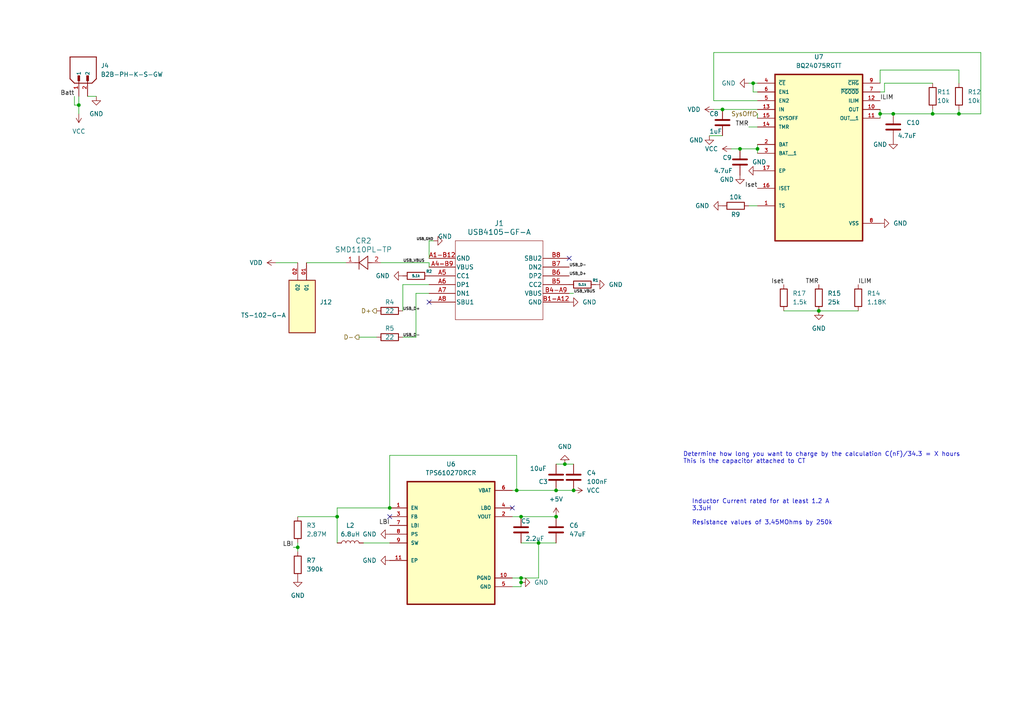
<source format=kicad_sch>
(kicad_sch (version 20230121) (generator eeschema)
  (paper "A4")
  (lib_symbols
    (symbol "2024-05-13_21-06-25:USB4105-GF-A" (pin_names (offset 0.254))
      (property "Reference" "J" (at 20.32 10.16 0))
      (property "Value" "USB4105-GF-A" (at 20.32 7.62 0))
      (symbol "USB4105-GF-A_0_1"
        (polyline (pts (xy 7.62 -17.78) (xy 33.02 -17.78)) (stroke (width 0.127)))
        (polyline (pts (xy 7.62 5.08) (xy 7.62 -17.78)) (stroke (width 0.127)))
        (polyline (pts (xy 33.02 -17.78) (xy 33.02 5.08)) (stroke (width 0.127)))
        (polyline (pts (xy 33.02 5.08) (xy 7.62 5.08)) (stroke (width 0.127)))
        (pin power_out line (at 0 0 0) (length 7.62) (name "GND") (number "A1-B12"))
        (pin power_in line (at 0 -2.54 0) (length 7.62) (name "VBUS") (number "A4-B9"))
        (pin bidirectional line (at 0 -5.08 0) (length 7.62) (name "CC1") (number "A5"))
        (pin bidirectional line (at 0 -7.62 0) (length 7.62) (name "DP1") (number "A6"))
        (pin bidirectional line (at 0 -10.16 0) (length 7.62) (name "DN1") (number "A7"))
        (pin bidirectional line (at 0 -12.7 0) (length 7.62) (name "SBU1") (number "A8"))
        (pin power_out line (at 40.64 -12.7 180) (length 7.62) (name "GND") (number "B1-A12"))
        (pin power_in line (at 40.64 -10.16 180) (length 7.62) (name "VBUS") (number "B4-A9"))
        (pin bidirectional line (at 40.64 -7.62 180) (length 7.62) (name "CC2") (number "B5"))
        (pin bidirectional line (at 40.64 -5.08 180) (length 7.62) (name "DP2") (number "B6"))
        (pin bidirectional line (at 40.64 -2.54 180) (length 7.62) (name "DN2") (number "B7"))
        (pin bidirectional line (at 40.64 0 180) (length 7.62) (name "SBU2") (number "B8"))
      )
    )
    (symbol "2024-05-16_18-19-58:SMD110PL-TP" (pin_names (offset 0.254))
      (property "Reference" "CR" (at 5.08 4.445 0))
      (property "Value" "SMD110PL-TP" (at 5.08 -3.81 0))
      (symbol "SMD110PL-TP_1_1"
        (polyline (pts (xy 2.54 0) (xy 3.4798 0)) (stroke (width 0.2032)))
        (polyline (pts (xy 3.175 0) (xy 3.81 0)) (stroke (width 0.2032)))
        (polyline (pts (xy 3.81 -1.905) (xy 6.35 0)) (stroke (width 0.2032)))
        (polyline (pts (xy 3.81 1.905) (xy 3.81 -1.905)) (stroke (width 0.2032)))
        (polyline (pts (xy 6.35 -1.905) (xy 6.35 1.905)) (stroke (width 0.2032)))
        (polyline (pts (xy 6.35 0) (xy 3.81 1.905)) (stroke (width 0.2032)))
        (polyline (pts (xy 6.35 0) (xy 7.62 0)) (stroke (width 0.2032)))
        (pin unspecified line (at 10.16 0 180) (length 2.54) (name "") (number "1"))
        (pin unspecified line (at 0 0 0) (length 2.54) (name "") (number "2"))
      )
      (symbol "SMD110PL-TP_1_2"
        (polyline (pts (xy -1.905 3.81) (xy 1.905 3.81)) (stroke (width 0.2032)))
        (polyline (pts (xy 0 2.54) (xy 0 3.4798)) (stroke (width 0.2032)))
        (polyline (pts (xy 0 3.175) (xy 0 3.81)) (stroke (width 0.2032)))
        (polyline (pts (xy 0 6.35) (xy -1.905 3.81)) (stroke (width 0.2032)))
        (polyline (pts (xy 0 6.35) (xy 0 7.62)) (stroke (width 0.2032)))
        (polyline (pts (xy 1.905 3.81) (xy 0 6.35)) (stroke (width 0.2032)))
        (polyline (pts (xy 1.905 6.35) (xy -1.905 6.35)) (stroke (width 0.2032)))
        (pin unspecified line (at 0 10.16 270) (length 2.54) (name "") (number "1"))
        (pin unspecified line (at 0 0 90) (length 2.54) (name "") (number "2"))
      )
    )
    (symbol "B2B-XH-A:B2B-XH-A" (pin_names (offset 1.016))
      (property "Reference" "J" (at -2.54 6.35 0))
      (property "Value" "B2B-XH-A" (at -2.54 -5.08 0))
      (symbol "B2B-XH-A_0_0"
        (rectangle (start -3.175 -0.3175) (end -1.5875 0.3175) (stroke (width 0.1)) (fill (type outline)))
        (rectangle (start -3.175 2.2225) (end -1.5875 2.8575) (stroke (width 0.1)) (fill (type outline)))
        (polyline (pts (xy -3.81 -1.27) (xy -2.54 -2.54)) (stroke (width 0.254)))
        (polyline (pts (xy -3.81 3.81) (xy -3.81 -1.27)) (stroke (width 0.254)))
        (polyline (pts (xy -3.81 3.81) (xy -2.54 5.08)) (stroke (width 0.254)))
        (polyline (pts (xy -2.54 -2.54) (xy 3.81 -2.54)) (stroke (width 0.254)))
        (polyline (pts (xy 3.81 -2.54) (xy 3.81 5.08)) (stroke (width 0.254)))
        (polyline (pts (xy 3.81 5.08) (xy -2.54 5.08)) (stroke (width 0.254)))
        (pin passive line (at -7.62 2.54 0) (length 5.08) (name "1") (number "1"))
        (pin passive line (at -7.62 0 0) (length 5.08) (name "2") (number "2"))
      )
    )
    (symbol "BQ24075RGTT:BQ24075RGTT" (pin_names (offset 1.016))
      (property "Reference" "U" (at -12.7 23.86 0))
      (property "Value" "BQ24075RGTT" (at -12.7 -29.4 0))
      (symbol "BQ24075RGTT_0_0"
        (rectangle (start -12.7 -25.4) (end 12.7 22.86) (stroke (width 0.41)) (fill (type background)))
        (pin bidirectional line (at -17.78 -15.24 0) (length 5.08) (name "TS") (number "1"))
        (pin output line (at 17.78 12.7 180) (length 5.08) (name "OUT") (number "10"))
        (pin output line (at 17.78 10.16 180) (length 5.08) (name "OUT__1") (number "11"))
        (pin output line (at 17.78 15.24 180) (length 5.08) (name "ILIM") (number "12"))
        (pin input line (at -17.78 12.7 0) (length 5.08) (name "IN") (number "13"))
        (pin input line (at -17.78 7.62 0) (length 5.08) (name "TMR") (number "14"))
        (pin input line (at -17.78 10.16 0) (length 5.08) (name "SYSOFF") (number "15"))
        (pin bidirectional line (at -17.78 -10.16 0) (length 5.08) (name "ISET") (number "16"))
        (pin bidirectional line (at -17.78 -5.08 0) (length 5.08) (name "EP") (number "17"))
        (pin bidirectional line (at -17.78 2.54 0) (length 5.08) (name "BAT") (number "2"))
        (pin bidirectional line (at -17.78 0 0) (length 5.08) (name "BAT__1") (number "3"))
        (pin input line (at -17.78 20.32 0) (length 5.08) (name "~{CE}") (number "4"))
        (pin input line (at -17.78 15.24 0) (length 5.08) (name "EN2") (number "5"))
        (pin input line (at -17.78 17.78 0) (length 5.08) (name "EN1") (number "6"))
        (pin output line (at 17.78 17.78 180) (length 5.08) (name "~{PGOOD}") (number "7"))
        (pin power_in line (at 17.78 -20.32 180) (length 5.08) (name "VSS") (number "8"))
        (pin output line (at 17.78 20.32 180) (length 5.08) (name "~{CHG}") (number "9"))
      )
    )
    (symbol "Device:C" (pin_numbers hide) (pin_names (offset 0.254))
      (property "Reference" "C" (at 0.635 2.54 0))
      (property "Value" "C" (at 0.635 -2.54 0))
      (symbol "C_0_1"
        (polyline (pts (xy -2.032 -0.762) (xy 2.032 -0.762)) (stroke (width 0.508)))
        (polyline (pts (xy -2.032 0.762) (xy 2.032 0.762)) (stroke (width 0.508)))
      )
      (symbol "C_1_1"
        (pin passive line (at 0 3.81 270) (length 2.794) (name "~") (number "1"))
        (pin passive line (at 0 -3.81 90) (length 2.794) (name "~") (number "2"))
      )
    )
    (symbol "Device:L" (pin_numbers hide) (pin_names (offset 1.016) hide)
      (property "Reference" "L" (at -1.27 0 90))
      (property "Value" "L" (at 1.905 0 90))
      (symbol "L_0_1"
        (arc (start 0 -2.54) (mid 0.6323 -1.905) (end 0 -1.27))
        (arc (start 0 -1.27) (mid 0.6323 -0.635) (end 0 0))
        (arc (start 0 0) (mid 0.6323 0.635) (end 0 1.27))
        (arc (start 0 1.27) (mid 0.6323 1.905) (end 0 2.54))
      )
      (symbol "L_1_1"
        (pin passive line (at 0 3.81 270) (length 1.27) (name "1") (number "1"))
        (pin passive line (at 0 -3.81 90) (length 1.27) (name "2") (number "2"))
      )
    )
    (symbol "Device:R" (pin_numbers hide) (pin_names (offset 0))
      (property "Reference" "R" (at 2.032 0 90))
      (property "Value" "R" (at 0 0 90))
      (symbol "R_0_1"
        (rectangle (start -1.016 -2.54) (end 1.016 2.54) (stroke (width 0.254)))
      )
      (symbol "R_1_1"
        (pin passive line (at 0 3.81 270) (length 1.27) (name "~") (number "1"))
        (pin passive line (at 0 -3.81 90) (length 1.27) (name "~") (number "2"))
      )
    )
    (symbol "TPS61027DRCR:TPS61027DRCR" (pin_names (offset 1.016))
      (property "Reference" "U" (at -12.7 18.78 0))
      (property "Value" "TPS61027DRCR" (at -12.7 -21.78 0))
      (symbol "TPS61027DRCR_0_0"
        (rectangle (start -12.7 -17.78) (end 12.7 17.78) (stroke (width 0.41)) (fill (type background)))
        (pin input line (at -17.78 10.16 0) (length 5.08) (name "EN") (number "1"))
        (pin power_in line (at 17.78 -10.16 180) (length 5.08) (name "PGND") (number "10"))
        (pin bidirectional line (at -17.78 -5.08 0) (length 5.08) (name "EP") (number "11"))
        (pin output line (at 17.78 7.62 180) (length 5.08) (name "VOUT") (number "2"))
        (pin input line (at -17.78 7.62 0) (length 5.08) (name "FB") (number "3"))
        (pin output line (at 17.78 10.16 180) (length 5.08) (name "LBO") (number "4"))
        (pin power_in line (at 17.78 -12.7 180) (length 5.08) (name "GND") (number "5"))
        (pin power_in line (at 17.78 15.24 180) (length 5.08) (name "VBAT") (number "6"))
        (pin input line (at -17.78 5.08 0) (length 5.08) (name "LBI") (number "7"))
        (pin input line (at -17.78 2.54 0) (length 5.08) (name "PS") (number "8"))
        (pin input line (at -17.78 0 0) (length 5.08) (name "SW") (number "9"))
      )
    )
    (symbol "TS-102-G-A:TS-102-G-A" (pin_names (offset 1.016))
      (property "Reference" "J" (at -8.12 5.08 0))
      (property "Value" "TS-102-G-A" (at -7.62 -5.08 0))
      (symbol "TS-102-G-A_0_0"
        (rectangle (start -7.62 -2.54) (end 7.62 5.08) (stroke (width 0.254)) (fill (type background)))
        (pin passive line (at -12.7 2.54 0) (length 5.08) (name "01") (number "01"))
        (pin passive line (at -12.7 0 0) (length 5.08) (name "02") (number "02"))
      )
    )
    (symbol "power:+5V" (power) (pin_names (offset 0))
      (property "Value" "+5V" (at 0 3.556 0))
      (symbol "+5V_0_1"
        (polyline (pts (xy -0.762 1.27) (xy 0 2.54)))
        (polyline (pts (xy 0 0) (xy 0 2.54)))
        (polyline (pts (xy 0 2.54) (xy 0.762 1.27)))
      )
      (symbol "+5V_1_1"
        (pin power_in line (at 0 0 90) (length 0) hide (name "+5V") (number "1"))
      )
    )
    (symbol "power:GND" (power) (pin_names (offset 0))
      (property "Value" "GND" (at 0 -3.81 0))
      (symbol "GND_0_1"
        (polyline (pts (xy 0 0) (xy 0 -1.27) (xy 1.27 -1.27) (xy 0 -2.54) (xy -1.27 -1.27) (xy 0 -1.27)))
      )
      (symbol "GND_1_1"
        (pin power_in line (at 0 0 270) (length 0) hide (name "GND") (number "1"))
      )
    )
    (symbol "power:VCC" (power) (pin_names (offset 0))
      (property "Value" "VCC" (at 0 3.81 0))
      (symbol "VCC_0_1"
        (polyline (pts (xy -0.762 1.27) (xy 0 2.54)))
        (polyline (pts (xy 0 0) (xy 0 2.54)))
        (polyline (pts (xy 0 2.54) (xy 0.762 1.27)))
      )
      (symbol "VCC_1_1"
        (pin power_in line (at 0 0 90) (length 0) hide (name "VCC") (number "1"))
      )
    )
    (symbol "power:VDD" (power) (pin_names (offset 0))
      (property "Value" "VDD" (at 0 3.81 0))
      (symbol "VDD_0_1"
        (polyline (pts (xy -0.762 1.27) (xy 0 2.54)))
        (polyline (pts (xy 0 0) (xy 0 2.54)))
        (polyline (pts (xy 0 2.54) (xy 0.762 1.27)))
      )
      (symbol "VDD_1_1"
        (pin power_in line (at 0 0 90) (length 0) hide (name "VDD") (number "1"))
      )
    )
  )
  (junction (at 151.13 167.64))
  (junction (at 97.79 149.86))
  (junction (at 113.03 147.32))
  (junction (at 214.63 43.18))
  (junction (at 151.13 168.91))
  (junction (at 219.71 43.18))
  (junction (at 86.36 158.75))
  (junction (at 218.44 24.13))
  (junction (at 161.29 142.24))
  (junction (at 237.49 90.17))
  (junction (at 161.29 149.86))
  (junction (at 149.86 142.24))
  (junction (at 209.55 31.75))
  (junction (at 255.27 33.02))
  (junction (at 151.13 149.86))
  (junction (at 278.13 33.02))
  (junction (at 22.86 30.48))
  (junction (at 163.83 134.62))
  (junction (at 156.21 157.48))
  (junction (at 259.08 33.02))
  (junction (at 166.37 142.24))
  (junction (at 270.51 33.02))
  (no_connect (at 148.59 147.32))
  (no_connect (at 165.1 74.93))
  (no_connect (at 113.03 149.86))
  (no_connect (at 124.46 87.63))
  (wire (pts (xy 163.83 134.62) (xy 166.37 134.62)))
  (wire (pts (xy 22.86 33.02) (xy 22.86 30.48)))
  (wire (pts (xy 219.71 33.02) (xy 219.71 34.29)))
  (wire (pts (xy 255.27 33.02) (xy 255.27 34.29)))
  (wire (pts (xy 86.36 158.75) (xy 86.36 160.02)))
  (wire (pts (xy 27.94 27.94) (xy 25.4 27.94)))
  (wire (pts (xy 124.46 76.2) (xy 124.46 77.47)))
  (wire (pts (xy 116.84 82.55) (xy 116.84 90.17)))
  (wire (pts (xy 214.63 43.18) (xy 219.71 43.18)))
  (wire (pts (xy 97.79 149.86) (xy 97.79 147.32)))
  (wire (pts (xy 217.17 24.13) (xy 218.44 24.13)))
  (wire (pts (xy 237.49 90.17) (xy 248.92 90.17)))
  (wire (pts (xy 22.86 30.48) (xy 22.86 27.94)))
  (wire (pts (xy 151.13 167.64) (xy 151.13 168.91)))
  (wire (pts (xy 218.44 26.67) (xy 218.44 24.13)))
  (wire (pts (xy 105.41 157.48) (xy 113.03 157.48)))
  (wire (pts (xy 270.51 33.02) (xy 278.13 33.02)))
  (wire (pts (xy 124.46 85.09) (xy 120.65 85.09)))
  (wire (pts (xy 124.46 82.55) (xy 116.84 82.55)))
  (wire (pts (xy 156.21 157.48) (xy 161.29 157.48)))
  (wire (pts (xy 156.21 157.48) (xy 156.21 167.64)))
  (wire (pts (xy 278.13 31.75) (xy 278.13 33.02)))
  (wire (pts (xy 205.74 39.37) (xy 209.55 39.37)))
  (wire (pts (xy 161.29 142.24) (xy 166.37 142.24)))
  (wire (pts (xy 207.01 29.21) (xy 207.01 15.24)))
  (wire (pts (xy 219.71 41.91) (xy 219.71 43.18)))
  (wire (pts (xy 255.27 20.32) (xy 255.27 24.13)))
  (wire (pts (xy 212.09 43.18) (xy 214.63 43.18)))
  (wire (pts (xy 151.13 157.48) (xy 156.21 157.48)))
  (wire (pts (xy 284.48 33.02) (xy 278.13 33.02)))
  (wire (pts (xy 97.79 157.48) (xy 97.79 149.86)))
  (wire (pts (xy 255.27 33.02) (xy 259.08 33.02)))
  (wire (pts (xy 124.46 69.85) (xy 124.46 74.93)))
  (wire (pts (xy 227.33 90.17) (xy 237.49 90.17)))
  (wire (pts (xy 218.44 24.13) (xy 219.71 24.13)))
  (wire (pts (xy 116.84 97.79) (xy 120.65 97.79)))
  (wire (pts (xy 219.71 29.21) (xy 207.01 29.21)))
  (wire (pts (xy 256.54 26.67) (xy 255.27 26.67)))
  (wire (pts (xy 219.71 26.67) (xy 218.44 26.67)))
  (wire (pts (xy 284.48 15.24) (xy 284.48 33.02)))
  (wire (pts (xy 113.03 147.32) (xy 113.03 132.08)))
  (wire (pts (xy 148.59 170.18) (xy 151.13 170.18)))
  (wire (pts (xy 86.36 149.86) (xy 97.79 149.86)))
  (wire (pts (xy 217.17 59.69) (xy 219.71 59.69)))
  (wire (pts (xy 149.86 132.08) (xy 149.86 142.24)))
  (wire (pts (xy 166.37 85.09) (xy 165.1 85.09)))
  (wire (pts (xy 21.59 27.94) (xy 21.59 30.48)))
  (wire (pts (xy 256.54 24.13) (xy 270.51 24.13)))
  (wire (pts (xy 120.65 85.09) (xy 120.65 97.79)))
  (wire (pts (xy 255.27 20.32) (xy 278.13 20.32)))
  (wire (pts (xy 270.51 31.75) (xy 270.51 33.02)))
  (wire (pts (xy 104.14 97.79) (xy 109.22 97.79)))
  (wire (pts (xy 151.13 149.86) (xy 161.29 149.86)))
  (wire (pts (xy 80.01 76.2) (xy 86.36 76.2)))
  (wire (pts (xy 207.01 31.75) (xy 209.55 31.75)))
  (wire (pts (xy 88.9 76.2) (xy 100.33 76.2)))
  (wire (pts (xy 110.49 76.2) (xy 124.46 76.2)))
  (wire (pts (xy 255.27 31.75) (xy 255.27 33.02)))
  (wire (pts (xy 278.13 24.13) (xy 278.13 20.32)))
  (wire (pts (xy 149.86 142.24) (xy 161.29 142.24)))
  (wire (pts (xy 97.79 147.32) (xy 113.03 147.32)))
  (wire (pts (xy 125.73 69.85) (xy 124.46 69.85)))
  (wire (pts (xy 151.13 170.18) (xy 151.13 168.91)))
  (wire (pts (xy 148.59 167.64) (xy 151.13 167.64)))
  (wire (pts (xy 156.21 167.64) (xy 151.13 167.64)))
  (wire (pts (xy 209.55 31.75) (xy 219.71 31.75)))
  (wire (pts (xy 219.71 43.18) (xy 219.71 44.45)))
  (wire (pts (xy 148.59 149.86) (xy 151.13 149.86)))
  (wire (pts (xy 21.59 30.48) (xy 22.86 30.48)))
  (wire (pts (xy 85.09 158.75) (xy 86.36 158.75)))
  (wire (pts (xy 207.01 15.24) (xy 284.48 15.24)))
  (wire (pts (xy 113.03 132.08) (xy 149.86 132.08)))
  (wire (pts (xy 148.59 142.24) (xy 149.86 142.24)))
  (wire (pts (xy 259.08 33.02) (xy 270.51 33.02)))
  (wire (pts (xy 86.36 157.48) (xy 86.36 158.75)))
  (wire (pts (xy 217.17 36.83) (xy 219.71 36.83)))
  (wire (pts (xy 256.54 24.13) (xy 256.54 26.67)))
  (wire (pts (xy 161.29 134.62) (xy 163.83 134.62)))
  (text "Inductor Current rated for at least 1.2 A\n3.3uH\n\nResistance values of 3.45MOhms by 250k" (at 200.66 152.4 0) (effects (font (size 1.27 1.27)) (justify left bottom)))
  (text "Determine how long you want to charge by the calculation C(nF)/34.3 = X hours\nThis is the capacitor attached to CT" (at 198.12 134.62 0) (effects (font (size 1.27 1.27)) (justify left bottom)))
  (label "USB_D+" (at 116.84 90.17 0) (effects (font (size 0.8 0.8))))
  (label "USB_GND" (at 125.73 69.85 180) (effects (font (size 0.7 0.7))))
  (label "ILIM" (at 255.27 29.21 0))
  (label "Batt" (at 21.59 27.94 180))
  (label "LBI" (at 113.03 152.4 180))
  (label "USB_D-" (at 116.84 97.79 0) (effects (font (size 0.8 0.8))))
  (label "USB_VBUS" (at 166.37 85.09 0) (effects (font (size 0.8 0.8))))
  (label "USB_D+" (at 165.1 80.01 0) (effects (font (size 0.8 0.8))))
  (label "TMR" (at 217.17 36.83 180))
  (label "USB_VBUS" (at 123.19 76.2 180) (effects (font (size 0.8 0.8))))
  (label "LBI" (at 85.09 158.75 180))
  (label "Iset" (at 219.71 54.61 180))
  (label "TMR" (at 237.49 82.55 180))
  (label "Iset" (at 227.33 82.55 180))
  (label "ILIM" (at 248.92 82.55 0))
  (label "USB_D-" (at 165.1 77.47 0) (effects (font (size 0.8 0.8))))
  (hierarchical_label "SysOff" (shape input) (at 219.71 33.02 180))
  (hierarchical_label "D-" (shape output) (at 104.14 97.79 180))
  (hierarchical_label "D+" (shape output) (at 109.22 90.17 180))
  (symbol (lib_id "Device:L") (at 101.6 157.48 90) (unit 1)
    (property "Reference" "L2" (at 101.6 152.4 90))
    (property "Value" "6.8uH" (at 101.6 154.94 90))
    (property "Footprint" "revparts3:CDRH5D28RHP" (effects hide))
  )
  (symbol (lib_id "Device:C") (at 151.13 153.67 0) (unit 1)
    (property "Reference" "C5" (at 151.13 151.13 0) (effects (justify left)))
    (property "Value" "2.2uF" (at 152.4 156.21 0) (effects (justify left)))
    (property "Footprint" "Capacitor_SMD:C_0402_1005Metric" (effects hide))
  )
  (symbol (lib_id "power:GND") (at 125.73 69.85 90) (unit 1)
    (property "Reference" "#PWR0125" (effects hide))
    (property "Value" "GND" (at 127 68.58 90) (effects (justify right)))
  )
  (symbol (lib_id "power:VCC") (at 212.09 43.18 90) (unit 1)
    (property "Reference" "#PWR046" (effects hide))
    (property "Value" "VCC" (at 208.28 43.18 90) (effects (justify left)))
  )
  (symbol (lib_id "Device:R") (at 278.13 27.94 0) (unit 1)
    (property "Reference" "R12" (at 280.67 26.67 0) (effects (justify left)))
    (property "Value" "10k" (at 280.67 29.21 0) (effects (justify left)))
    (property "Footprint" "Resistor_SMD:R_0402_1005Metric" (effects hide))
  )
  (symbol (lib_id "2024-05-16_18-19-58:SMD110PL-TP") (at 110.49 76.2 180) (unit 1)
    (property "Reference" "CR2" (at 105.41 69.85 0) (effects (font (size 1.524 1.524))))
    (property "Value" "SMD110PL-TP" (at 105.41 72.39 0) (effects (font (size 1.524 1.524))))
    (property "Footprint" "smd110:SOD-123FL_MCC" (effects hide))
    (property "Datasheet" "SMD110PL-TP" (effects hide))
  )
  (symbol (lib_id "B2B-XH-A:B2B-XH-A") (at 25.4 20.32 90) (unit 1)
    (property "Reference" "J4" (at 29.21 19.05 90) (effects (justify right)))
    (property "Value" "B2B-PH-K-S-GW" (at 29.21 21.59 90) (effects (justify right)))
    (property "Footprint" "revparts2:JST_B2B-XH-A" (effects hide))
    (property "PARTREV" "N/A" (effects hide))
    (property "STANDARD" "Manufacturer Recommendations" (effects hide))
    (property "MAXIMUM_PACKAGE_HEIGHT" "7 mm" (effects hide))
    (property "MANUFACTURER" "JST Sales America Inc." (effects hide))
  )
  (symbol (lib_id "power:GND") (at 217.17 24.13 270) (unit 1)
    (property "Reference" "#PWR059" (effects hide))
    (property "Value" "GND" (at 213.36 24.13 90) (effects (justify right)))
  )
  (symbol (lib_id "Device:R") (at 113.03 90.17 90) (unit 1)
    (property "Reference" "R4" (at 113.03 87.63 90))
    (property "Value" "22" (at 113.03 90.17 90))
    (property "Footprint" "Resistor_SMD:R_0402_1005Metric" (effects hide))
    (instances (project "Motor Programmer Rev. 2" (path "" (reference "R4") (unit 1)) (path "" (reference "R1") (unit 1))))
  )
  (symbol (lib_id "power:GND") (at 151.13 168.91 90) (unit 1)
    (property "Reference" "#PWR026" (effects hide))
    (property "Value" "GND" (at 154.94 168.91 90) (effects (justify right)))
  )
  (symbol (lib_id "TPS61027DRCR:TPS61027DRCR") (at 130.81 157.48 0) (unit 1)
    (property "Reference" "U6" (at 130.81 134.62 0))
    (property "Value" "TPS61027DRCR" (at 130.81 137.16 0))
    (property "Footprint" "revparts2:VREG_V62_16624-01YE" (effects hide))
  )
  (symbol (lib_id "TS-102-G-A:TS-102-G-A") (at 86.36 88.9 270) (unit 1)
    (property "Reference" "J12" (at 92.71 87.63 90) (effects (justify left)))
    (property "Value" "TS-102-G-A" (at 69.85 91.44 90) (effects (justify left)))
    (property "Footprint" "TS_102_G_A:SAMTEC_TS-102-G-A" (effects hide))
    (property "PARTREV" "R" (effects hide))
    (property "STANDARD" "Manufacturer Recommendations" (effects hide))
    (property "MANUFACTURER" "Samtec Inc." (effects hide))
  )
  (symbol (lib_id "power:+5V") (at 161.29 149.86 0) (unit 1)
    (property "Reference" "#PWR030" (effects hide))
    (property "Value" "+5V" (at 161.29 144.78 0))
  )
  (symbol (lib_id "power:GND") (at 255.27 64.77 90) (unit 1)
    (property "Reference" "#PWR043" (effects hide))
    (property "Value" "GND" (at 259.08 64.77 90) (effects (justify right)))
  )
  (symbol (lib_id "power:GND") (at 205.74 39.37 0) (unit 1)
    (property "Reference" "#PWR045" (effects hide))
    (property "Value" "GND" (at 201.93 40.64 0))
  )
  (symbol (lib_id "Device:R") (at 213.36 59.69 90) (unit 1)
    (property "Reference" "R9" (at 213.36 62.23 90))
    (property "Value" "10k" (at 213.36 57.15 90))
    (property "Footprint" "Resistor_SMD:R_0402_1005Metric" (effects hide))
  )
  (symbol (lib_id "power:GND") (at 27.94 27.94 0) (unit 1)
    (property "Reference" "#PWR0112" (effects hide))
    (property "Value" "GND" (at 27.94 33.02 0))
  )
  (symbol (lib_id "power:GND") (at 113.03 162.56 270) (unit 1)
    (property "Reference" "#PWR035" (effects hide))
    (property "Value" "GND" (at 109.22 162.56 90) (effects (justify right)))
  )
  (symbol (lib_id "power:GND") (at 259.08 40.64 0) (unit 1)
    (property "Reference" "#PWR049" (effects hide))
    (property "Value" "GND" (at 255.27 41.91 0))
  )
  (symbol (lib_id "Device:R") (at 120.65 80.01 270) (unit 1)
    (property "Reference" "R2" (at 124.46 78.74 90) (effects (font (size 0.8 0.8))))
    (property "Value" "5.1k" (at 120.65 80.01 90) (effects (font (size 0.7 0.7))))
    (property "Footprint" "Resistor_SMD:R_0603_1608Metric" (effects hide))
    (instances (project "Motor Programmer Rev. 2" (path "" (reference "R2") (unit 1)) (path "" (reference "R4") (unit 1))))
  )
  (symbol (lib_id "Device:R") (at 248.92 86.36 0) (unit 1)
    (property "Reference" "R14" (at 251.46 85.09 0) (effects (justify left)))
    (property "Value" "1.18K" (at 251.46 87.63 0) (effects (justify left)))
    (property "Footprint" "Resistor_SMD:R_0402_1005Metric" (effects hide))
  )
  (symbol (lib_id "power:GND") (at 86.36 167.64 0) (unit 1)
    (property "Reference" "#PWR041" (effects hide))
    (property "Value" "GND" (at 86.36 172.72 0))
  )
  (symbol (lib_id "power:GND") (at 214.63 50.8 0) (unit 1)
    (property "Reference" "#PWR047" (effects hide))
    (property "Value" "GND" (at 210.82 52.07 0))
  )
  (symbol (lib_id "power:GND") (at 219.71 49.53 270) (unit 1)
    (property "Reference" "#PWR038" (effects hide))
    (property "Value" "GND" (at 222.25 46.99 90) (effects (justify right)))
  )
  (symbol (lib_id "Device:R") (at 237.49 86.36 0) (unit 1)
    (property "Reference" "R15" (at 240.03 85.09 0) (effects (justify left)))
    (property "Value" "25k" (at 240.03 87.63 0) (effects (justify left)))
    (property "Footprint" "Resistor_SMD:R_0805_2012Metric" (effects hide))
  )
  (symbol (lib_id "power:GND") (at 209.55 59.69 270) (unit 1)
    (property "Reference" "#PWR050" (effects hide))
    (property "Value" "GND" (at 205.74 59.69 90) (effects (justify right)))
  )
  (symbol (lib_id "Device:C") (at 161.29 138.43 180) (unit 1)
    (property "Reference" "C3" (at 156.21 139.7 0) (effects (justify right)))
    (property "Value" "10uF" (at 153.67 135.89 0) (effects (justify right)))
    (property "Footprint" "Capacitor_SMD:C_0805_2012Metric" (effects hide))
  )
  (symbol (lib_id "Device:C") (at 166.37 138.43 180) (unit 1)
    (property "Reference" "C4" (at 170.18 137.16 0) (effects (justify right)))
    (property "Value" "100nF" (at 170.18 139.7 0) (effects (justify right)))
    (property "Footprint" "Capacitor_SMD:C_0402_1005Metric" (effects hide))
  )
  (symbol (lib_id "Device:R") (at 227.33 86.36 0) (unit 1)
    (property "Reference" "R17" (at 229.87 85.09 0) (effects (justify left)))
    (property "Value" "1.5k" (at 229.87 87.63 0) (effects (justify left)))
    (property "Footprint" "Resistor_SMD:R_0402_1005Metric" (effects hide))
  )
  (symbol (lib_id "power:GND") (at 116.84 80.01 270) (unit 1)
    (property "Reference" "#PWR08" (effects hide))
    (property "Value" "GND" (at 113.03 80.01 90) (effects (justify right)))
    (instances (project "Motor Programmer Rev. 2" (path "" (reference "#PWR08") (unit 1)) (path "" (reference "#PWR06") (unit 1))))
  )
  (symbol (lib_id "power:GND") (at 165.1 87.63 90) (unit 1)
    (property "Reference" "#PWR0114" (effects hide))
    (property "Value" "GND" (at 168.91 87.63 90) (effects (justify right)))
  )
  (symbol (lib_id "power:VCC") (at 166.37 142.24 270) (unit 1)
    (property "Reference" "#PWR028" (effects hide))
    (property "Value" "VCC" (at 170.18 142.24 90) (effects (justify left)))
  )
  (symbol (lib_id "power:VCC") (at 22.86 33.02 180) (unit 1)
    (property "Reference" "#PWR0113" (effects hide))
    (property "Value" "VCC" (at 22.86 38.1 0))
  )
  (symbol (lib_id "power:VDD") (at 80.01 76.2 90) (unit 1)
    (property "Reference" "#PWR0109" (effects hide))
    (property "Value" "VDD" (at 76.2 76.2 90) (effects (justify left)))
  )
  (symbol (lib_id "Device:R") (at 270.51 27.94 0) (unit 1)
    (property "Reference" "R11" (at 271.78 26.67 0) (effects (justify left)))
    (property "Value" "10k" (at 271.78 29.21 0) (effects (justify left)))
    (property "Footprint" "Resistor_SMD:R_0402_1005Metric" (effects hide))
  )
  (symbol (lib_id "2024-05-13_21-06-25:USB4105-GF-A") (at 124.46 74.93 0) (unit 1)
    (property "Reference" "J1" (at 144.78 64.77 0) (effects (font (size 1.524 1.524))))
    (property "Value" "USB4105-GF-A" (at 144.78 67.31 0) (effects (font (size 1.524 1.524))))
    (property "Footprint" "revparts2:GCT_USB4105-GF-A" (effects hide))
    (property "Datasheet" "USB4105-GF-A" (effects hide))
  )
  (symbol (lib_id "power:GND") (at 113.03 154.94 270) (unit 1)
    (property "Reference" "#PWR027" (effects hide))
    (property "Value" "GND" (at 109.22 154.94 90) (effects (justify right)))
  )
  (symbol (lib_id "power:GND") (at 172.72 82.55 90) (unit 1)
    (property "Reference" "#PWR0124" (effects hide))
    (property "Value" "GND" (at 176.53 82.55 90) (effects (justify right)))
  )
  (symbol (lib_id "Device:C") (at 209.55 35.56 0) (unit 1)
    (property "Reference" "C8" (at 205.74 33.02 0) (effects (justify left)))
    (property "Value" "1uF" (at 205.74 38.1 0) (effects (justify left)))
    (property "Footprint" "Capacitor_SMD:C_0402_1005Metric" (effects hide))
  )
  (symbol (lib_id "power:GND") (at 163.83 134.62 180) (unit 1)
    (property "Reference" "#PWR029" (effects hide))
    (property "Value" "GND" (at 163.83 129.54 0))
  )
  (symbol (lib_id "Device:R") (at 113.03 97.79 90) (unit 1)
    (property "Reference" "R5" (at 113.03 95.25 90))
    (property "Value" "22" (at 113.03 97.79 90))
    (property "Footprint" "Resistor_SMD:R_0402_1005Metric" (effects hide))
    (instances (project "Motor Programmer Rev. 2" (path "" (reference "R5") (unit 1)) (path "" (reference "R2") (unit 1))))
  )
  (symbol (lib_id "Device:C") (at 214.63 46.99 0) (unit 1)
    (property "Reference" "C9" (at 209.55 45.72 0) (effects (justify left)))
    (property "Value" "4.7uF" (at 207.01 49.53 0) (effects (justify left)))
    (property "Footprint" "Capacitor_SMD:C_0402_1005Metric" (effects hide))
  )
  (symbol (lib_id "power:VDD") (at 207.01 31.75 90) (unit 1)
    (property "Reference" "#PWR044" (effects hide))
    (property "Value" "VDD" (at 203.2 31.75 90) (effects (justify left)))
  )
  (symbol (lib_id "Device:R") (at 86.36 153.67 0) (unit 1)
    (property "Reference" "R3" (at 88.9 152.4 0) (effects (justify left)))
    (property "Value" "2.87M" (at 88.9 154.94 0) (effects (justify left)))
    (property "Footprint" "Resistor_SMD:R_0805_2012Metric" (effects hide))
  )
  (symbol (lib_id "Device:C") (at 259.08 36.83 0) (unit 1)
    (property "Reference" "C10" (at 262.89 35.56 0) (effects (justify left)))
    (property "Value" "4.7uF" (at 260.35 39.37 0) (effects (justify left)))
    (property "Footprint" "Capacitor_SMD:C_0402_1005Metric" (effects hide))
  )
  (symbol (lib_id "Device:R") (at 86.36 163.83 0) (unit 1)
    (property "Reference" "R7" (at 88.9 162.56 0) (effects (justify left)))
    (property "Value" "390k" (at 88.9 165.1 0) (effects (justify left)))
    (property "Footprint" "Resistor_SMD:R_0805_2012Metric" (effects hide))
  )
  (symbol (lib_id "power:GND") (at 237.49 90.17 0) (unit 1)
    (property "Reference" "#PWR051" (effects hide))
    (property "Value" "GND" (at 237.49 95.25 0))
  )
  (symbol (lib_id "Device:R") (at 168.91 82.55 270) (unit 1)
    (property "Reference" "R1" (at 172.72 81.28 90) (effects (font (size 0.8 0.8))))
    (property "Value" "5.1k" (at 168.91 82.55 90) (effects (font (size 0.7 0.7))))
    (property "Footprint" "Resistor_SMD:R_0603_1608Metric" (effects hide))
    (instances (project "Motor Programmer Rev. 2" (path "" (reference "R1") (unit 1)) (path "" (reference "R5") (unit 1))))
  )
  (symbol (lib_id "BQ24075RGTT:BQ24075RGTT") (at 237.49 44.45 0) (unit 1)
    (property "Reference" "U7" (at 237.49 16.51 0))
    (property "Value" "BQ24075RGTT" (at 237.49 19.05 0))
    (property "Footprint" "revparts2:QFN50P300X300X100-17N" (effects hide))
  )
  (symbol (lib_id "Device:C") (at 161.29 153.67 0) (unit 1)
    (property "Reference" "C6" (at 165.1 152.4 0) (effects (justify left)))
    (property "Value" "47uF" (at 165.1 154.94 0) (effects (justify left)))
    (property "Footprint" "Capacitor_SMD:C_0805_2012Metric" (effects hide))
  )
)
</source>
